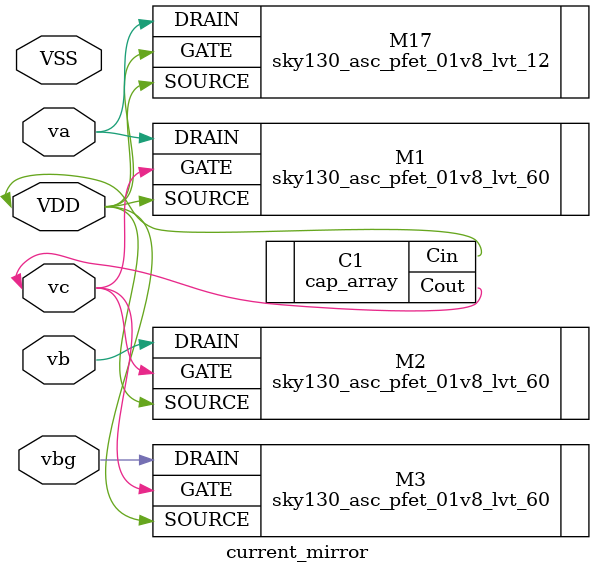
<source format=v>
module bgr_top (
    inout porst,
    inout va, 
    inout vb,
    inout vq,
    inout vx,
    inout vbg
 );
 
 wire vc;
 amplifier amp(
     .va(va),
     .vb(vb),
     .vc(vc),
     .vq(vq),
     .vx(vx),
     .VDD(VDD),
     .VSS(VSS)
 );

 core BGR_Core(
     .va(va),
     .vb(vb),
     .VDD(VDD),
     .VSS(VSS)
 );

 current_mirror CM(
     .va(va),
     .vb(vb),
     .vc(vc),
     .vbg(vbg),
     .VDD(VDD),
     .VSS(VSS)
 );

 // =================================set up ========================
 sky130_asc_nfet_01v8_lvt_9 M10(
     .GATE(porst),
     .SOURCE(VSS),
     .DRAIN(vc)
 );

 wire l17, l18, l19, l20;
 resistor R17 (
     .rin(vbg),
     .rout(l17)
 );
 resistor R18(
     .rin(l17),
     .rout(l18)
 );
 resistor R19(
     .rin(l18),
     .rout(l19)
 );
 resistor R20(
     .rin(l19),
     .rout(l20)
 );
 // === check ===
 sky130_asc_res_xhigh_po_2p85_1 R21(
     .Rin(l20),
     .Rout(VSS)
 );
endmodule

// ============================================ module amplifier =====================================
module amplifier (
    inout va,
    inout vb,
    inout vc,
    inout vq,
    inout vx,
    inout VSS,
    inout VDD
 );
 wire vg;

 sky130_asc_pfet_01v8_lvt_6 M4 (
     .GATE(vg),
     .SOURCE(VDD),
     .DRAIN(vg)
 );

 sky130_asc_pfet_01v8_lvt_6 M8 (
     .GATE(vg),
     .SOURCE(VDD),
     .DRAIN(vc)
 );

 sky130_asc_nfet_01v8_lvt_9 M9 (
     .GATE(vb),
     .SOURCE(vq),
     .DRAIN(vg)
 );

 sky130_asc_nfet_01v8_lvt_9 M5 (
     .GATE(va),
     .SOURCE(vq),
     .DRAIN(vc)
 );

 sky130_asc_nfet_01v8_lvt_1 M6 (
     .GATE(vx),
     .SOURCE(VSS),
     .DRAIN(vq)
 );

 sky130_asc_nfet_01v8_lvt_1 M7 (
     .GATE(vx),
     .SOURCE(VSS),
     .DRAIN(vx)
 );

 sky130_asc_pfet_01v8_lvt_12 M13 (
     .GATE(vc),
     .SOURCE(VDD),
     .DRAIN(vx)
 );

endmodule

// ===================================== module core =============================
module core (
    inout va,
    inout vb,
    inout VSS,
    inout VDD
 );
 wire vbneg, l6, l7, l8, l10, l11;
//  supply0 ground;
 cap_array C2 (
     .Cin(va),
     .Cout(VSS)
 );
 resistor R6 (
     .rin(va),
     .rout(l6)
 );
 resistor R7 (
     .rin(l6),
     .rout(l7)
 );
 resistor R8 (
     .rin(l7),
     .rout(l8)
 );
 resistor R10 (
     .rin(l8),
     .rout(l10)
 );
 resistor R11 (
     .rin(l10),
     .rout(l11)
 );
 sky130_asc_res_xhigh_po_2p85_2 R9 (
     .Rin(l11),
     .Rout(VSS)
 );
 sky130_asc_pnp_05v5_W3p40L3p40_1 pnp_va (
     .Emitter(va),
     .Base(VSS),
     .Collector(VSS)
 );

 resistor R3 (
     .rin(vb),
     .rout(vbneg)
 );

 pnp_array pnp_vb (
     .emitter(vbneg),
     .base(VSS)
 );

 wire l1, l2, l4, l5, l12;
 resistor R1 (
     .rin(vb),
     .rout(l1)
 );
 resistor R2 (
     .rin(l1),
     .rout(l2)
 );
 resistor R4 (
     .rin(l2),
     .rout(l4)
 );
 resistor R5 (
     .rin(l4),
     .rout(l5)
 );
 resistor R12 (
     .rin(l5),
     .rout(l12)
 );
 sky130_asc_res_xhigh_po_2p85_2 R13 (
     .Rin(l12),
     .Rout(VSS)
 );

endmodule

module resistor (
    inout rin,
    inout rout
  );
  wire l;
  sky130_asc_res_xhigh_po_2p85_1 sub1(
      .Rin(rin),
      .Rout(l)
  );
  sky130_asc_res_xhigh_po_2p85_1 sub2(
      .Rin(l),
      .Rout(rout)
  );
endmodule

module cap_array(
    inout Cin,
    inout Cout
);
sky130_asc_cap_mim_m3_1 CA1 (
    .Cin(Cin),
    .Cout(Cout)
);
sky130_asc_cap_mim_m3_1 CA2 (
    .Cin(Cin),
    .Cout(Cout)
);
sky130_asc_cap_mim_m3_1 CA3 (
    .Cin(Cin),
    .Cout(Cout)
);
sky130_asc_cap_mim_m3_1 CA4 (
    .Cin(Cin),
    .Cout(Cout)
);
sky130_asc_cap_mim_m3_1 CA5 (
    .Cin(Cin),
    .Cout(Cout)
);
endmodule

module pnp_array (
    inout emitter,
    inout base
 );
 sky130_asc_pnp_05v5_W3p40L3p40_8 b1(
     .Emitter(emitter),
     .Collector(base),
     .Base(base)
 );
 sky130_asc_pnp_05v5_W3p40L3p40_8 b2(
     .Emitter(emitter),
     .Collector(base),
     .Base(base)
 );
 sky130_asc_pnp_05v5_W3p40L3p40_8 b3(
     .Emitter(emitter),
     .Collector(base),
     .Base(base)
 );
 sky130_asc_pnp_05v5_W3p40L3p40_8 b4(
     .Emitter(emitter),
     .Collector(base),
     .Base(base)
 );
 sky130_asc_pnp_05v5_W3p40L3p40_7 b5(
     .Emitter(emitter),
     .Collector(base),
     .Base(base)
 );
endmodule

// ============================================== current mirror =================================
module current_mirror (
    inout va,
    inout vb,
    inout vc,
    inout vbg,
    inout VSS,
    inout VDD
 );
 cap_array C1 (
     .Cin(VDD),
     .Cout(vc)
 );
 sky130_asc_pfet_01v8_lvt_12 M17 (
     .GATE(VDD),
     .SOURCE(VDD),
     .DRAIN(va)
 );
 sky130_asc_pfet_01v8_lvt_60 M1 (
     .GATE(vc),
     .SOURCE(VDD),
     .DRAIN(va)
 );
 sky130_asc_pfet_01v8_lvt_60 M2 (
     .GATE(vc),
     .SOURCE(VDD),
     .DRAIN(vb)
 );
 sky130_asc_pfet_01v8_lvt_60 M3 (
     .GATE(vc),
     .SOURCE(VDD),
     .DRAIN(vbg)
 );
endmodule


</source>
